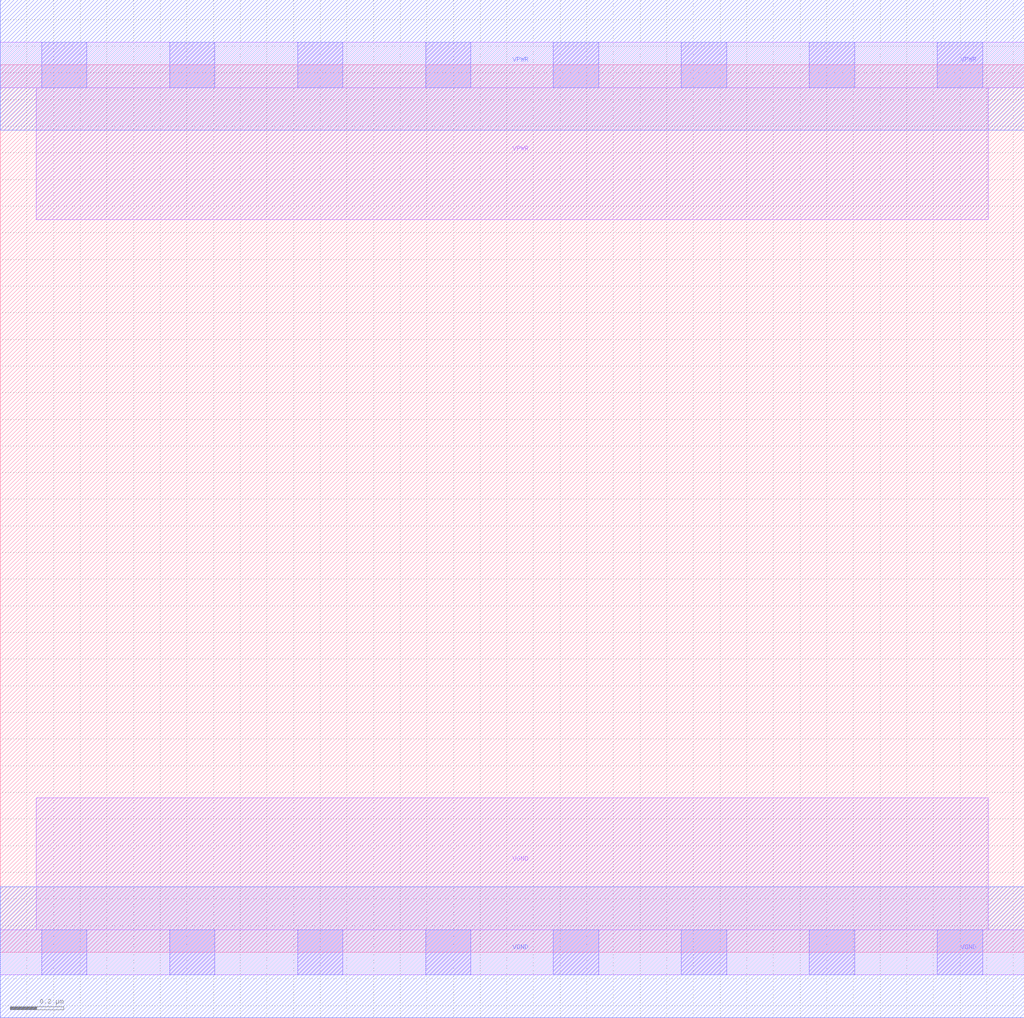
<source format=lef>
# Copyright 2020 The SkyWater PDK Authors
#
# Licensed under the Apache License, Version 2.0 (the "License");
# you may not use this file except in compliance with the License.
# You may obtain a copy of the License at
#
#     https://www.apache.org/licenses/LICENSE-2.0
#
# Unless required by applicable law or agreed to in writing, software
# distributed under the License is distributed on an "AS IS" BASIS,
# WITHOUT WARRANTIES OR CONDITIONS OF ANY KIND, either express or implied.
# See the License for the specific language governing permissions and
# limitations under the License.
#
# SPDX-License-Identifier: Apache-2.0

VERSION 5.7 ;
  NAMESCASESENSITIVE ON ;
  NOWIREEXTENSIONATPIN ON ;
  DIVIDERCHAR "/" ;
  BUSBITCHARS "[]" ;
UNITS
  DATABASE MICRONS 200 ;
END UNITS
MACRO sky130_fd_sc_hs__fill_diode_8
  CLASS BLOCK ;
  FOREIGN sky130_fd_sc_hs__fill_diode_8 ;
  ORIGIN  0.000000  0.000000 ;
  SIZE  3.840000 BY  3.330000 ;
  PIN VGND
    USE GROUND ;
    PORT
      LAYER li1 ;
        RECT 0.000000 -0.085000 3.840000 0.085000 ;
        RECT 0.135000  0.085000 3.705000 0.580000 ;
      LAYER mcon ;
        RECT 0.155000 -0.085000 0.325000 0.085000 ;
        RECT 0.635000 -0.085000 0.805000 0.085000 ;
        RECT 1.115000 -0.085000 1.285000 0.085000 ;
        RECT 1.595000 -0.085000 1.765000 0.085000 ;
        RECT 2.075000 -0.085000 2.245000 0.085000 ;
        RECT 2.555000 -0.085000 2.725000 0.085000 ;
        RECT 3.035000 -0.085000 3.205000 0.085000 ;
        RECT 3.515000 -0.085000 3.685000 0.085000 ;
      LAYER met1 ;
        RECT 0.000000 -0.245000 3.840000 0.245000 ;
    END
  END VGND
  PIN VPWR
    USE POWER ;
    PORT
      LAYER li1 ;
        RECT 0.000000 3.245000 3.840000 3.415000 ;
        RECT 0.135000 2.750000 3.705000 3.245000 ;
      LAYER mcon ;
        RECT 0.155000 3.245000 0.325000 3.415000 ;
        RECT 0.635000 3.245000 0.805000 3.415000 ;
        RECT 1.115000 3.245000 1.285000 3.415000 ;
        RECT 1.595000 3.245000 1.765000 3.415000 ;
        RECT 2.075000 3.245000 2.245000 3.415000 ;
        RECT 2.555000 3.245000 2.725000 3.415000 ;
        RECT 3.035000 3.245000 3.205000 3.415000 ;
        RECT 3.515000 3.245000 3.685000 3.415000 ;
      LAYER met1 ;
        RECT 0.000000 3.085000 3.840000 3.575000 ;
    END
  END VPWR
END sky130_fd_sc_hs__fill_diode_8

</source>
